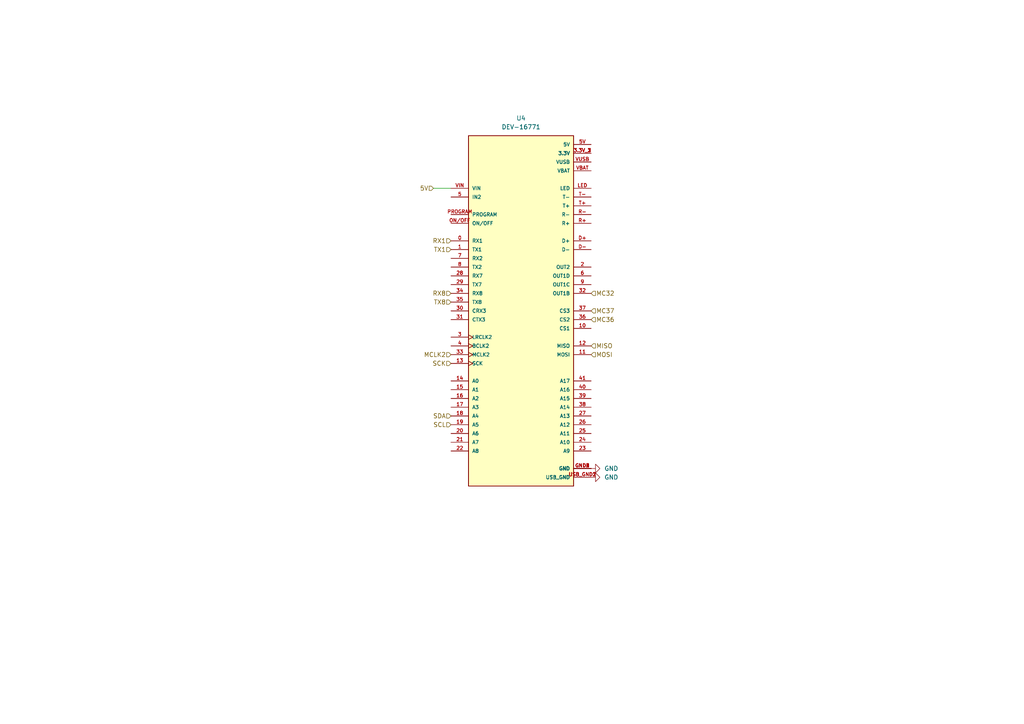
<source format=kicad_sch>
(kicad_sch (version 20211123) (generator eeschema)
  (paper "A4")
  (lib_symbols
    (symbol "DEV-16771:DEV-16771" (pin_names (offset 1.016))
      (property "Reference" "U" (at -15.24 52.07 0))
      (property "Value" "DEV-16771" (at -15.24 -53.34 0))
      (symbol "DEV-16771_0_0"
        (rectangle (start -15.24 -50.8) (end 15.24 50.8) (stroke (width 0.254)) (fill (type background)))
        (pin bidirectional line (at -20.32 20.32 0) (length 5.08) (name "RX1") (number "0"))
        (pin bidirectional line (at -20.32 17.78 0) (length 5.08) (name "TX1") (number "1"))
        (pin bidirectional line (at 20.32 -5.08 180) (length 5.08) (name "CS1") (number "10"))
        (pin bidirectional line (at 20.32 -12.7 180) (length 5.08) (name "MOSI") (number "11"))
        (pin bidirectional line (at 20.32 -10.16 180) (length 5.08) (name "MISO") (number "12"))
        (pin bidirectional clock (at -20.32 -15.24 0) (length 5.08) (name "SCK") (number "13"))
        (pin bidirectional line (at -20.32 -20.32 0) (length 5.08) (name "A0") (number "14"))
        (pin bidirectional line (at -20.32 -22.86 0) (length 5.08) (name "A1") (number "15"))
        (pin bidirectional line (at -20.32 -25.4 0) (length 5.08) (name "A2") (number "16"))
        (pin bidirectional line (at -20.32 -27.94 0) (length 5.08) (name "A3") (number "17"))
        (pin bidirectional line (at -20.32 -30.48 0) (length 5.08) (name "A4") (number "18"))
        (pin bidirectional line (at -20.32 -33.02 0) (length 5.08) (name "A5") (number "19"))
        (pin output line (at 20.32 12.7 180) (length 5.08) (name "OUT2") (number "2"))
        (pin bidirectional line (at -20.32 -35.56 0) (length 5.08) (name "A6") (number "20"))
        (pin bidirectional line (at -20.32 -38.1 0) (length 5.08) (name "A7") (number "21"))
        (pin bidirectional line (at -20.32 -40.64 0) (length 5.08) (name "A8") (number "22"))
        (pin bidirectional line (at 20.32 -40.64 180) (length 5.08) (name "A9") (number "23"))
        (pin bidirectional line (at 20.32 -38.1 180) (length 5.08) (name "A10") (number "24"))
        (pin bidirectional line (at 20.32 -35.56 180) (length 5.08) (name "A11") (number "25"))
        (pin bidirectional line (at 20.32 -33.02 180) (length 5.08) (name "A12") (number "26"))
        (pin bidirectional line (at 20.32 -30.48 180) (length 5.08) (name "A13") (number "27"))
        (pin bidirectional line (at -20.32 10.16 0) (length 5.08) (name "RX7") (number "28"))
        (pin bidirectional line (at -20.32 7.62 0) (length 5.08) (name "TX7") (number "29"))
        (pin bidirectional clock (at -20.32 -7.62 0) (length 5.08) (name "LRCLK2") (number "3"))
        (pin power_in line (at 20.32 45.72 180) (length 5.08) (name "3.3V") (number "3.3V_1"))
        (pin power_in line (at 20.32 45.72 180) (length 5.08) (name "3.3V") (number "3.3V_2"))
        (pin power_in line (at 20.32 45.72 180) (length 5.08) (name "3.3V") (number "3.3V_3"))
        (pin bidirectional line (at -20.32 0 0) (length 5.08) (name "CRX3") (number "30"))
        (pin bidirectional line (at -20.32 -2.54 0) (length 5.08) (name "CTX3") (number "31"))
        (pin output line (at 20.32 5.08 180) (length 5.08) (name "OUT1B") (number "32"))
        (pin bidirectional clock (at -20.32 -12.7 0) (length 5.08) (name "MCLK2") (number "33"))
        (pin bidirectional line (at -20.32 5.08 0) (length 5.08) (name "RX8") (number "34"))
        (pin bidirectional line (at -20.32 2.54 0) (length 5.08) (name "TX8") (number "35"))
        (pin bidirectional line (at 20.32 -2.54 180) (length 5.08) (name "CS2") (number "36"))
        (pin bidirectional line (at 20.32 0 180) (length 5.08) (name "CS3") (number "37"))
        (pin bidirectional line (at 20.32 -27.94 180) (length 5.08) (name "A14") (number "38"))
        (pin bidirectional line (at 20.32 -25.4 180) (length 5.08) (name "A15") (number "39"))
        (pin bidirectional clock (at -20.32 -10.16 0) (length 5.08) (name "BCLK2") (number "4"))
        (pin bidirectional line (at 20.32 -22.86 180) (length 5.08) (name "A16") (number "40"))
        (pin bidirectional line (at 20.32 -20.32 180) (length 5.08) (name "A17") (number "41"))
        (pin bidirectional line (at -20.32 33.02 0) (length 5.08) (name "IN2") (number "5"))
        (pin power_in line (at 20.32 48.26 180) (length 5.08) (name "5V") (number "5V"))
        (pin output line (at 20.32 10.16 180) (length 5.08) (name "OUT1D") (number "6"))
        (pin bidirectional line (at -20.32 15.24 0) (length 5.08) (name "RX2") (number "7"))
        (pin bidirectional line (at -20.32 12.7 0) (length 5.08) (name "TX2") (number "8"))
        (pin output line (at 20.32 7.62 180) (length 5.08) (name "OUT1C") (number "9"))
        (pin bidirectional line (at 20.32 20.32 180) (length 5.08) (name "D+") (number "D+"))
        (pin bidirectional line (at 20.32 17.78 180) (length 5.08) (name "D-") (number "D-"))
        (pin power_in line (at 20.32 -45.72 180) (length 5.08) (name "GND") (number "GND1"))
        (pin power_in line (at 20.32 -45.72 180) (length 5.08) (name "GND") (number "GND2"))
        (pin power_in line (at 20.32 -45.72 180) (length 5.08) (name "GND") (number "GND3"))
        (pin power_in line (at 20.32 -45.72 180) (length 5.08) (name "GND") (number "GND4"))
        (pin power_in line (at 20.32 -45.72 180) (length 5.08) (name "GND") (number "GND5"))
        (pin bidirectional line (at 20.32 35.56 180) (length 5.08) (name "LED") (number "LED"))
        (pin bidirectional line (at -20.32 25.4 0) (length 5.08) (name "ON/OFF") (number "ON/OFF"))
        (pin bidirectional line (at -20.32 27.94 0) (length 5.08) (name "PROGRAM") (number "PROGRAM"))
        (pin bidirectional line (at 20.32 25.4 180) (length 5.08) (name "R+") (number "R+"))
        (pin bidirectional line (at 20.32 27.94 180) (length 5.08) (name "R-") (number "R-"))
        (pin bidirectional line (at 20.32 30.48 180) (length 5.08) (name "T+") (number "T+"))
        (pin bidirectional line (at 20.32 33.02 180) (length 5.08) (name "T-") (number "T-"))
        (pin power_in line (at 20.32 -48.26 180) (length 5.08) (name "USB_GND") (number "USB_GND1"))
        (pin power_in line (at 20.32 -48.26 180) (length 5.08) (name "USB_GND") (number "USB_GND2"))
        (pin passive line (at 20.32 40.64 180) (length 5.08) (name "VBAT") (number "VBAT"))
        (pin input line (at -20.32 35.56 0) (length 5.08) (name "VIN") (number "VIN"))
        (pin passive line (at 20.32 43.18 180) (length 5.08) (name "VUSB") (number "VUSB"))
      )
    )
    (symbol "power:GND" (power) (pin_names (offset 0))
      (property "Value" "GND" (at 0 -3.81 0))
      (symbol "GND_0_1"
        (polyline (pts (xy 0 0) (xy 0 -1.27) (xy 1.27 -1.27) (xy 0 -2.54) (xy -1.27 -1.27) (xy 0 -1.27)))
      )
      (symbol "GND_1_1"
        (pin power_in line (at 0 0 270) (length 0) hide (name "GND") (number "1"))
      )
    )
  )
  (wire (pts (xy 125.73 54.61) (xy 130.81 54.61)))
  (hierarchical_label "MOSI" (shape input) (at 171.45 102.87 0))
  (hierarchical_label "5V" (shape input) (at 125.73 54.61 180))
  (hierarchical_label "TX8" (shape input) (at 130.81 87.63 180))
  (hierarchical_label "MISO" (shape input) (at 171.45 100.33 0))
  (hierarchical_label "MCLK2" (shape input) (at 130.81 102.87 180))
  (hierarchical_label "MC37" (shape input) (at 171.45 90.17 0))
  (hierarchical_label "MC36" (shape input) (at 171.45 92.71 0))
  (hierarchical_label "SCK" (shape input) (at 130.81 105.41 180))
  (hierarchical_label "RX8" (shape input) (at 130.81 85.09 180))
  (hierarchical_label "SCL" (shape input) (at 130.81 123.19 180))
  (hierarchical_label "MC32" (shape input) (at 171.45 85.09 0))
  (hierarchical_label "SDA" (shape input) (at 130.81 120.65 180))
  (hierarchical_label "TX1" (shape input) (at 130.81 72.39 180))
  (hierarchical_label "RX1" (shape input) (at 130.81 69.85 180))
  (symbol (lib_id "power:GND") (at 171.45 135.89 90)
    (property "Reference" "#PWR0117" (effects hide))
    (property "Value" "GND" (at 175.26 135.8899 90) (effects (justify right)))
  )
  (symbol (lib_id "power:GND") (at 171.45 138.43 90)
    (property "Reference" "#PWR0116" (effects hide))
    (property "Value" "GND" (at 175.26 138.4299 90) (effects (justify right)))
  )
  (symbol (lib_id "DEV-16771:DEV-16771") (at 151.13 90.17 0)
    (property "Reference" "U4" (at 151.13 34.29 0))
    (property "Value" "DEV-16771" (at 151.13 36.83 0))
    (property "Footprint" "MODULE_DEV-16771" (effects hide))
    (property "PARTREV" "4.1" (effects hide))
    (property "MANUFACTURER" "SparkFun Electronics" (effects hide))
    (property "STANDARD" "Manufacturer recommendations" (effects hide))
    (property "MAXIMUM_PACKAGE_HEIGHT" "4.07mm" (effects hide))
  )
)
</source>
